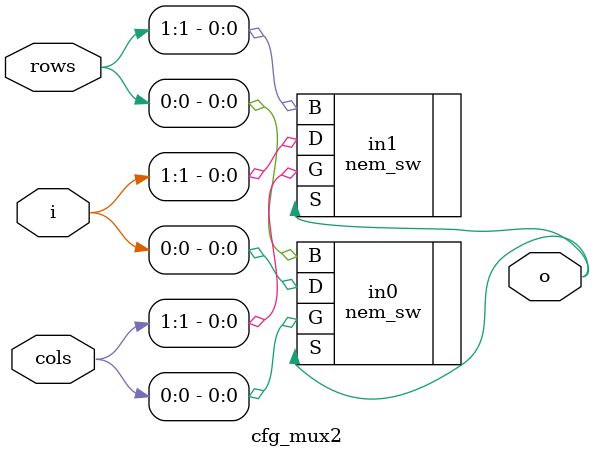
<source format=v>
module cfg_mux2 (
    input wire [1:0] i,
    output reg [0:0] o,
    input wire [1:0] rows,
    input wire [1:0] cols,
    );

    nem_sw in0 (
        .D(i[0]),
        .S(o),
        .G(cols[0]),
        .B(rows[0])
        );

    nem_sw in1 (
        .D(i[1]),
        .S(o),
        .G(cols[1]),
        .B(rows[1])
        );

endmodule

</source>
